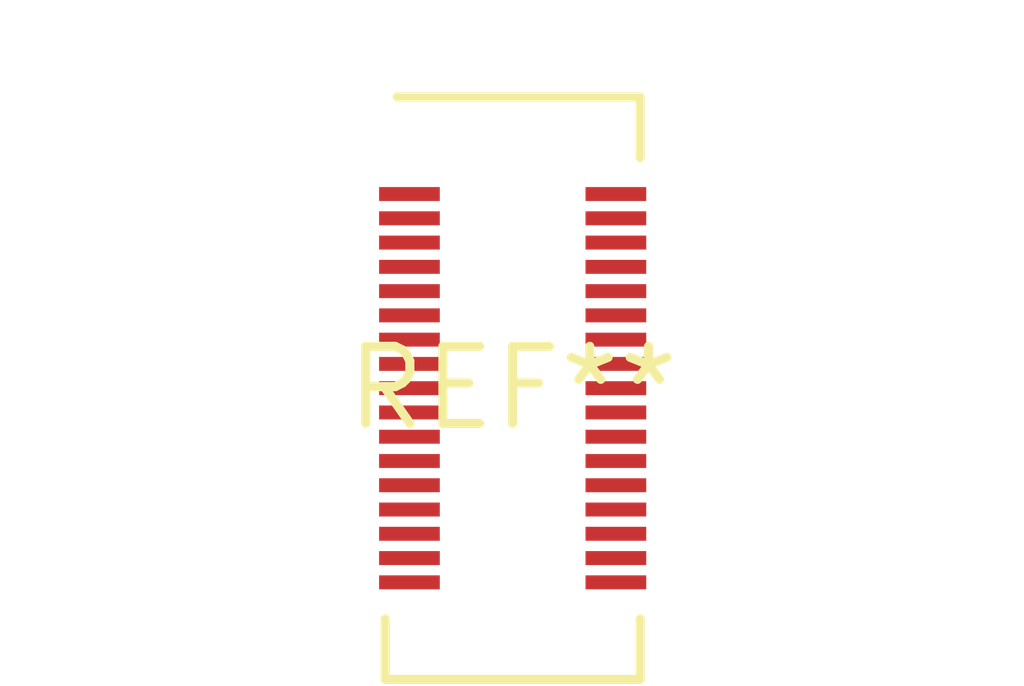
<source format=kicad_pcb>
(kicad_pcb (version 20240108) (generator pcbnew)
  (layers (0 "F.Cu" signal) (31 "B.Cu" signal) (34 "B.Paste" user) (35 "F.Paste" user) (36 "B.SilkS" user "B.Silkscreen") (37 "F.SilkS" user "F.Silkscreen") (38 "B.Mask" user) (39 "F.Mask" user) (44 "Edge.Cuts" user))
  (net 0 "")
  (footprint "GB042-34S-H10" (layer "F.Cu") (at 0 0)
    (property "Reference" "REF**")
    (property "Value" "GB042-34S-H10")
    (fp_line (start -2.1 4.8) (end -2.1 3.8) (layer "F.SilkS") (stroke (width 0.15)))
    (fp_line (start -1.9 -4.8) (end 2.1 -4.8) (layer "F.SilkS") (stroke (width 0.15)))
    (fp_line (start 2.1 -4.8) (end 2.1 -3.8) (layer "F.SilkS") (stroke (width 0.15)))
    (fp_line (start 2.1 4.8) (end -2.1 4.8) (layer "F.SilkS") (stroke (width 0.15)))
    (fp_line (start 2.1 4.8) (end 2.1 3.8) (layer "F.SilkS") (stroke (width 0.15)))
    (pad "1" smd rect (at -1.7 -3.2 270) (size 0.23 1) (layers "F.Cu" "F.Paste" "F.Mask"))
    (pad "2" smd rect (at -1.7 -2.8 270) (size 0.23 1) (layers "F.Cu" "F.Paste" "F.Mask"))
    (pad "3" smd rect (at -1.7 -2.4 270) (size 0.23 1) (layers "F.Cu" "F.Paste" "F.Mask"))
    (pad "4" smd rect (at -1.7 -2 270) (size 0.23 1) (layers "F.Cu" "F.Paste" "F.Mask"))
    (pad "5" smd rect (at -1.7 -1.6 270) (size 0.23 1) (layers "F.Cu" "F.Paste" "F.Mask"))
    (pad "6" smd rect (at -1.7 -1.2 270) (size 0.23 1) (layers "F.Cu" "F.Paste" "F.Mask"))
    (pad "7" smd rect (at -1.7 -0.8 270) (size 0.23 1) (layers "F.Cu" "F.Paste" "F.Mask"))
    (pad "8" smd rect (at -1.7 -0.4 270) (size 0.23 1) (layers "F.Cu" "F.Paste" "F.Mask"))
    (pad "9" smd rect (at -1.7 0 270) (size 0.23 1) (layers "F.Cu" "F.Paste" "F.Mask"))
    (pad "10" smd rect (at -1.7 0.4 270) (size 0.23 1) (layers "F.Cu" "F.Paste" "F.Mask"))
    (pad "11" smd rect (at -1.7 0.8 270) (size 0.23 1) (layers "F.Cu" "F.Paste" "F.Mask"))
    (pad "12" smd rect (at -1.7 1.2 270) (size 0.23 1) (layers "F.Cu" "F.Paste" "F.Mask"))
    (pad "13" smd rect (at -1.7 1.6 270) (size 0.23 1) (layers "F.Cu" "F.Paste" "F.Mask"))
    (pad "14" smd rect (at -1.7 2 270) (size 0.23 1) (layers "F.Cu" "F.Paste" "F.Mask"))
    (pad "15" smd rect (at -1.7 2.4 270) (size 0.23 1) (layers "F.Cu" "F.Paste" "F.Mask"))
    (pad "16" smd rect (at -1.7 2.8 270) (size 0.23 1) (layers "F.Cu" "F.Paste" "F.Mask"))
    (pad "17" smd rect (at -1.7 3.2 270) (size 0.23 1) (layers "F.Cu" "F.Paste" "F.Mask"))
    (pad "18" smd rect (at 1.7 3.2 270) (size 0.23 1) (layers "F.Cu" "F.Paste" "F.Mask"))
    (pad "19" smd rect (at 1.7 2.8 270) (size 0.23 1) (layers "F.Cu" "F.Paste" "F.Mask"))
    (pad "20" smd rect (at 1.7 2.4 270) (size 0.23 1) (layers "F.Cu" "F.Paste" "F.Mask"))
    (pad "21" smd rect (at 1.7 2 270) (size 0.23 1) (layers "F.Cu" "F.Paste" "F.Mask"))
    (pad "22" smd rect (at 1.7 1.6 270) (size 0.23 1) (layers "F.Cu" "F.Paste" "F.Mask"))
    (pad "23" smd rect (at 1.7 1.2 270) (size 0.23 1) (layers "F.Cu" "F.Paste" "F.Mask"))
    (pad "24" smd rect (at 1.7 0.8 270) (size 0.23 1) (layers "F.Cu" "F.Paste" "F.Mask"))
    (pad "25" smd rect (at 1.7 0.4 270) (size 0.23 1) (layers "F.Cu" "F.Paste" "F.Mask"))
    (pad "26" smd rect (at 1.7 0 270) (size 0.23 1) (layers "F.Cu" "F.Paste" "F.Mask"))
    (pad "27" smd rect (at 1.7 -0.4 270) (size 0.23 1) (layers "F.Cu" "F.Paste" "F.Mask"))
    (pad "28" smd rect (at 1.7 -0.8 270) (size 0.23 1) (layers "F.Cu" "F.Paste" "F.Mask"))
    (pad "29" smd rect (at 1.7 -1.2 270) (size 0.23 1) (layers "F.Cu" "F.Paste" "F.Mask"))
    (pad "30" smd rect (at 1.7 -1.6 270) (size 0.23 1) (layers "F.Cu" "F.Paste" "F.Mask"))
    (pad "31" smd rect (at 1.7 -2 270) (size 0.23 1) (layers "F.Cu" "F.Paste" "F.Mask"))
    (pad "32" smd rect (at 1.7 -2.4 270) (size 0.23 1) (layers "F.Cu" "F.Paste" "F.Mask"))
    (pad "33" smd rect (at 1.7 -2.8 270) (size 0.23 1) (layers "F.Cu" "F.Paste" "F.Mask"))
    (pad "34" smd rect (at 1.7 -3.2 270) (size 0.23 1) (layers "F.Cu" "F.Paste" "F.Mask"))
  )
)
</source>
